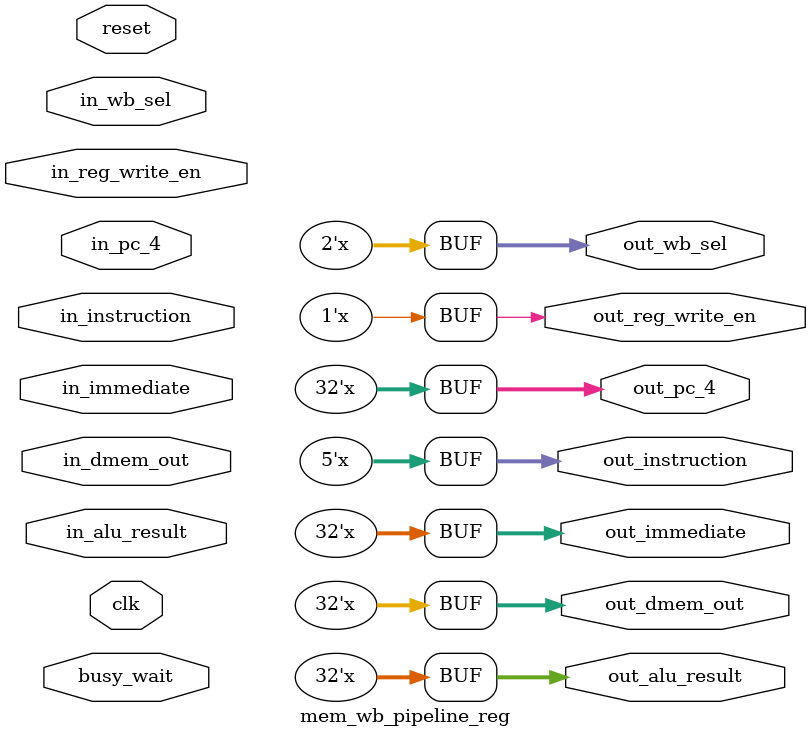
<source format=v>
module mem_wb_pipeline_reg(
    input [4:0] in_instruction, // INSTRUCTION [11:7]
    input [31:0] in_pc_4,
    input [31:0] in_alu_result,
    input [31:0] in_immediate,
    input [31:0] in_dmem_out,
    input [1:0] in_wb_sel,
    input in_reg_write_en,
    input clk,
    input reset,
    input busy_wait,
    output reg [4:0] out_instruction,
    output reg [31:0] out_pc_4,
    output reg [31:0] out_alu_result,
    output reg [31:0] out_immediate,
    output reg [31:0] out_dmem_out,
    output reg [1:0] out_wb_sel,
    output reg out_reg_write_en
);

    // RESET output registers on active reset
    always @(*) begin
        if (reset) begin
            #1; // Delay to allow reset signal to settle
            out_instruction = 5'dx; // Set out_instruction to 'x' value
            out_pc_4 = 32'dx; // Set out_pc_4 to 'x' value
            out_alu_result = 32'dx; // Set out_alu_result to 'x' value
            out_immediate = 32'dx; // Set out_immediate to 'x' value
            out_dmem_out = 32'dx; // Set out_dmem_out to 'x' value
            out_wb_sel = 2'dx; // Set out_wb_sel to 'x' value
            out_reg_write_en = 1'bx; // Set out_reg_write_en to 'x' value
        end
    end

    // Write input values to output registers on positive edge of clock signal
    always @(posedge clk) begin
        #0; // Delay to synchronize with other stages
        if (!reset && !busy_wait) begin
            out_instruction <= #1 in_instruction; // Write in_instruction to out_instruction
            out_pc_4 <= #1 in_pc_4; // Write in_pc_4 to out_pc_4
            out_alu_result <= #1 in_alu_result; // Write in_alu_result to out_alu_result
            out_immediate <= #1 in_immediate; // Write in_immediate to out_immediate
            out_dmem_out <= #1 in_dmem_out; // Write in_dmem_out to out_dmem_out
            out_wb_sel <= #1 in_wb_sel; // Write in_wb_sel to out_wb_sel
            out_reg_write_en <= #1 in_reg_write_en; // Write in_reg_write_en to out_reg_write_en
        end
    end
endmodule
</source>
